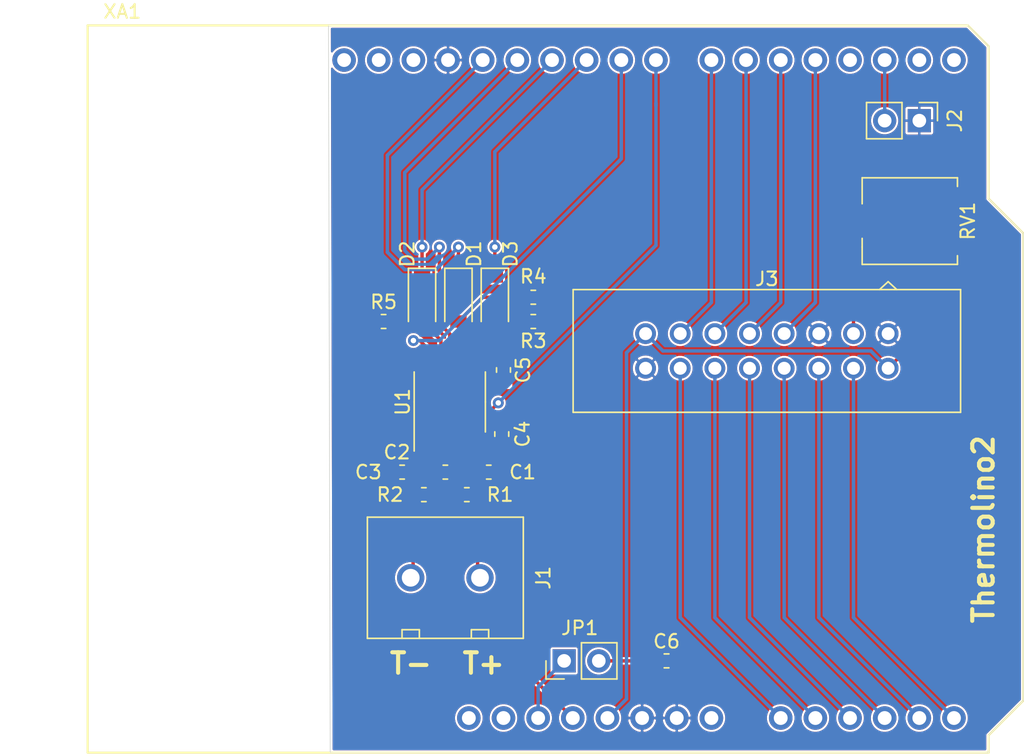
<source format=kicad_pcb>
(kicad_pcb (version 20171130) (host pcbnew "(5.1.6)-1")
  (title_block (title "Thermolino 2") (date 2021-01-14) (rev C) (company Elchworks))
  (layers (0 F.Cu signal) (31 B.Cu signal) (34 B.Paste user) (35 F.Paste user) (36 B.SilkS user) (37 F.SilkS user) (38 B.Mask user) (39 F.Mask user) (44 Edge.Cuts user))
  (net 0 "")
  (net 1 GND)
  (net 2 +5V)
  (net 3 "Net-(C6-Pad1)")
  (net 4 "Net-(J1-Pad2)")
  (net 5 "Net-(J1-Pad1)")
  (net 6 "Net-(JP1-Pad1)")
  (net 7 "Net-(D1-Pad2)")
  (net 8 "Net-(D1-Pad1)")
  (net 9 "Net-(D2-Pad2)")
  (net 10 "Net-(D2-Pad1)")
  (net 11 "Net-(D3-Pad2)")
  (net 12 "Net-(D3-Pad1)")
  (net 13 "Net-(J2-Pad2)")
  (net 14 "Net-(J3-Pad3)")
  (net 15 "Net-(J3-Pad4)")
  (net 16 "Net-(J3-Pad6)")
  (net 17 "Net-(J3-Pad7)")
  (net 18 "Net-(J3-Pad8)")
  (net 19 "Net-(J3-Pad9)")
  (net 20 "Net-(J3-Pad10)")
  (net 21 "Net-(J3-Pad11)")
  (net 22 "Net-(J3-Pad12)")
  (net 23 "Net-(J3-Pad13)")
  (net 24 "Net-(J3-Pad14)")
  (net 25 "Net-(U1-Pad13)")
  (net 26 "Net-(U1-Pad11)")
  (net 27 +3V3)
  (net 28 "Net-(U1-Pad7)")
  (net 29 "Net-(C1-Pad2)")
  (net 30 "Net-(C2-Pad2)")
  (module Capacitor_SMD:C_0603_1608Metric (layer F.Cu) (at 145.161 99.187 270)
    (fp_text reference C5 (at 0 -1.43 90) (layer F.SilkS))
    (fp_text value 100nF)
    (fp_line (start -0.162779 0.51) (end 0.162779 0.51) (layer F.SilkS) (width 0.12))
    (fp_line (start -0.162779 -0.51) (end 0.162779 -0.51) (layer F.SilkS) (width 0.12))
    (pad 2 smd roundrect (at 0.7875 0 270) (size 0.875 0.95) (layers F.Cu F.Paste F.Mask) (net 1 GND))
    (pad 1 smd roundrect (at -0.7875 0 270) (size 0.875 0.95) (layers F.Cu F.Paste F.Mask) (net 27 +3V3))
  )
  (module Resistor_SMD:R_0603_1608Metric (layer F.Cu) (at 136.3725 95.631)
    (fp_text reference R5 (at 0 -1.43) (layer F.SilkS))
    (fp_text value 10k)
    (fp_line (start -0.162779 0.51) (end 0.162779 0.51) (layer F.SilkS) (width 0.12))
    (fp_line (start -0.162779 -0.51) (end 0.162779 -0.51) (layer F.SilkS) (width 0.12))
    (pad 2 smd roundrect (at 0.7875 0) (size 0.875 0.95) (layers F.Cu F.Paste F.Mask) (net 9 "Net-(D2-Pad2)"))
    (pad 1 smd roundrect (at -0.7875 0) (size 0.875 0.95) (layers F.Cu F.Paste F.Mask) (net 27 +3V3))
  )
  (module Resistor_SMD:R_0603_1608Metric (layer F.Cu) (at 147.3455 93.853 180)
    (fp_text reference R4 (at 0 1.524) (layer F.SilkS))
    (fp_text value 10k)
    (fp_line (start -0.162779 0.51) (end 0.162779 0.51) (layer F.SilkS) (width 0.12))
    (fp_line (start -0.162779 -0.51) (end 0.162779 -0.51) (layer F.SilkS) (width 0.12))
    (pad 2 smd roundrect (at 0.7875 0 180) (size 0.875 0.95) (layers F.Cu F.Paste F.Mask) (net 7 "Net-(D1-Pad2)"))
    (pad 1 smd roundrect (at -0.7875 0 180) (size 0.875 0.95) (layers F.Cu F.Paste F.Mask) (net 27 +3V3))
  )
  (module Resistor_SMD:R_0603_1608Metric (layer F.Cu) (at 147.3455 95.631 180)
    (fp_text reference R3 (at 0 -1.43 180) (layer F.SilkS))
    (fp_text value 10k)
    (fp_line (start -0.162779 0.51) (end 0.162779 0.51) (layer F.SilkS) (width 0.12))
    (fp_line (start -0.162779 -0.51) (end 0.162779 -0.51) (layer F.SilkS) (width 0.12))
    (pad 2 smd roundrect (at 0.7875 0 180) (size 0.875 0.95) (layers F.Cu F.Paste F.Mask) (net 11 "Net-(D3-Pad2)"))
    (pad 1 smd roundrect (at -0.7875 0 180) (size 0.875 0.95) (layers F.Cu F.Paste F.Mask) (net 27 +3V3))
  )
  (module Resistor_SMD:R_0603_1608Metric (layer F.Cu) (at 139.324 108.331 180)
    (fp_text reference R2 (at 2.4815 0) (layer F.SilkS))
    (fp_text value 100R)
    (fp_line (start -0.162779 0.51) (end 0.162779 0.51) (layer F.SilkS) (width 0.12))
    (fp_line (start -0.162779 -0.51) (end 0.162779 -0.51) (layer F.SilkS) (width 0.12))
    (pad 2 smd roundrect (at 0.7875 0 180) (size 0.875 0.95) (layers F.Cu F.Paste F.Mask) (net 4 "Net-(J1-Pad2)"))
    (pad 1 smd roundrect (at -0.7875 0 180) (size 0.875 0.95) (layers F.Cu F.Paste F.Mask) (net 30 "Net-(C2-Pad2)"))
  )
  (module Resistor_SMD:R_0603_1608Metric (layer F.Cu) (at 142.474 108.331)
    (fp_text reference R1 (at 2.433 0) (layer F.SilkS))
    (fp_text value 100R)
    (fp_line (start -0.162779 0.51) (end 0.162779 0.51) (layer F.SilkS) (width 0.12))
    (fp_line (start -0.162779 -0.51) (end 0.162779 -0.51) (layer F.SilkS) (width 0.12))
    (pad 2 smd roundrect (at 0.7875 0) (size 0.875 0.95) (layers F.Cu F.Paste F.Mask) (net 5 "Net-(J1-Pad1)"))
    (pad 1 smd roundrect (at -0.7875 0) (size 0.875 0.95) (layers F.Cu F.Paste F.Mask) (net 29 "Net-(C1-Pad2)"))
  )
  (module Thermolino2:Wurth_ScrewTerminal_02 (layer F.Cu) (at 140.899 114.427 180)
    (fp_text reference J1 (at -7.183 0 270) (layer F.SilkS))
    (fp_text value Screw_Terminal_01x02)
    (fp_line (start 3.175 -3.81) (end 3.175 -4.445) (layer F.SilkS) (width 0.12))
    (fp_line (start 1.905 -3.81) (end 3.175 -3.81) (layer F.SilkS) (width 0.12))
    (fp_line (start 1.905 -4.445) (end 1.905 -3.81) (layer F.SilkS) (width 0.12))
    (fp_line (start -1.905 -3.81) (end -1.905 -4.445) (layer F.SilkS) (width 0.12))
    (fp_line (start -3.175 -3.81) (end -1.905 -3.81) (layer F.SilkS) (width 0.12))
    (fp_line (start -3.175 -4.445) (end -3.175 -3.81) (layer F.SilkS) (width 0.12))
    (fp_line (start 5.715 4.445) (end -5.715 4.445) (layer F.SilkS) (width 0.12))
    (fp_line (start 5.715 -4.445) (end 5.715 4.445) (layer F.SilkS) (width 0.12))
    (fp_line (start -5.715 -4.445) (end 5.715 -4.445) (layer F.SilkS) (width 0.12))
    (fp_line (start -5.715 -4.445) (end -5.715 4.445) (layer F.SilkS) (width 0.12))
    (pad 2 thru_hole circle (at 2.54 0 180) (size 2 2) (drill 1.3) (layers *.Cu *.Mask) (net 4 "Net-(J1-Pad2)"))
    (pad 1 thru_hole circle (at -2.54 0 180) (size 2 2) (drill 1.3) (layers *.Cu *.Mask) (net 5 "Net-(J1-Pad1)"))
  )
  (module Capacitor_SMD:C_0603_1608Metric (layer F.Cu) (at 145.034 103.886 90)
    (fp_text reference C4 (at 0 1.524 90) (layer F.SilkS))
    (fp_text value 100nF)
    (fp_line (start -0.162779 0.51) (end 0.162779 0.51) (layer F.SilkS) (width 0.12))
    (fp_line (start -0.162779 -0.51) (end 0.162779 -0.51) (layer F.SilkS) (width 0.12))
    (pad 2 smd roundrect (at 0.7875 0 90) (size 0.875 0.95) (layers F.Cu F.Paste F.Mask) (net 1 GND))
    (pad 1 smd roundrect (at -0.7875 0 90) (size 0.875 0.95) (layers F.Cu F.Paste F.Mask) (net 27 +3V3))
  )
  (module Capacitor_SMD:C_0603_1608Metric (layer F.Cu) (at 137.7315 106.68 180)
    (fp_text reference C3 (at 2.4765 0) (layer F.SilkS))
    (fp_text value 10nF)
    (fp_line (start -0.162779 0.51) (end 0.162779 0.51) (layer F.SilkS) (width 0.12))
    (fp_line (start -0.162779 -0.51) (end 0.162779 -0.51) (layer F.SilkS) (width 0.12))
    (pad 2 smd roundrect (at 0.7875 0 180) (size 0.875 0.95) (layers F.Cu F.Paste F.Mask) (net 1 GND))
    (pad 1 smd roundrect (at -0.7875 0 180) (size 0.875 0.95) (layers F.Cu F.Paste F.Mask) (net 30 "Net-(C2-Pad2)"))
  )
  (module Capacitor_SMD:C_0603_1608Metric (layer F.Cu) (at 140.899 106.68 180)
    (fp_text reference C2 (at 3.5485 1.4605) (layer F.SilkS))
    (fp_text value 100nF)
    (fp_line (start -0.162779 0.51) (end 0.162779 0.51) (layer F.SilkS) (width 0.12))
    (fp_line (start -0.162779 -0.51) (end 0.162779 -0.51) (layer F.SilkS) (width 0.12))
    (pad 2 smd roundrect (at 0.7875 0 180) (size 0.875 0.95) (layers F.Cu F.Paste F.Mask) (net 30 "Net-(C2-Pad2)"))
    (pad 1 smd roundrect (at -0.7875 0 180) (size 0.875 0.95) (layers F.Cu F.Paste F.Mask) (net 29 "Net-(C1-Pad2)"))
  )
  (module Capacitor_SMD:C_0603_1608Metric (layer F.Cu) (at 144.0815 106.68 180)
    (fp_text reference C1 (at -2.4765 0) (layer F.SilkS))
    (fp_text value 10nF)
    (fp_line (start -0.162779 0.51) (end 0.162779 0.51) (layer F.SilkS) (width 0.12))
    (fp_line (start -0.162779 -0.51) (end 0.162779 -0.51) (layer F.SilkS) (width 0.12))
    (pad 2 smd roundrect (at 0.7875 0 180) (size 0.875 0.95) (layers F.Cu F.Paste F.Mask) (net 29 "Net-(C1-Pad2)"))
    (pad 1 smd roundrect (at -0.7875 0 180) (size 0.875 0.95) (layers F.Cu F.Paste F.Mask) (net 1 GND))
  )
  (module Package_SO:TSSOP-14_4.4x5mm_P0.65mm (layer F.Cu) (at 141.224 101.5315 90)
    (fp_text reference U1 (at 0 -3.45 90) (layer F.SilkS))
    (fp_text value MAX31856)
    (fp_line (start 0 -2.61) (end -3.6 -2.61) (layer F.SilkS) (width 0.12))
    (fp_line (start 0 -2.61) (end 2.2 -2.61) (layer F.SilkS) (width 0.12))
    (fp_line (start 0 2.61) (end -2.2 2.61) (layer F.SilkS) (width 0.12))
    (fp_line (start 0 2.61) (end 2.2 2.61) (layer F.SilkS) (width 0.12))
    (pad 14 smd roundrect (at 2.8625 -1.95 90) (size 1.475 0.4) (layers F.Cu F.Paste F.Mask) (net 1 GND))
    (pad 13 smd roundrect (at 2.8625 -1.3 90) (size 1.475 0.4) (layers F.Cu F.Paste F.Mask) (net 25 "Net-(U1-Pad13)"))
    (pad 12 smd roundrect (at 2.8625 -0.65 90) (size 1.475 0.4) (layers F.Cu F.Paste F.Mask) (net 9 "Net-(D2-Pad2)"))
    (pad 11 smd roundrect (at 2.8625 0 90) (size 1.475 0.4) (layers F.Cu F.Paste F.Mask) (net 26 "Net-(U1-Pad11)"))
    (pad 10 smd roundrect (at 2.8625 0.65 90) (size 1.475 0.4) (layers F.Cu F.Paste F.Mask) (net 7 "Net-(D1-Pad2)"))
    (pad 9 smd roundrect (at 2.8625 1.3 90) (size 1.475 0.4) (layers F.Cu F.Paste F.Mask) (net 11 "Net-(D3-Pad2)"))
    (pad 8 smd roundrect (at 2.8625 1.95 90) (size 1.475 0.4) (layers F.Cu F.Paste F.Mask) (net 27 +3V3))
    (pad 7 smd roundrect (at -2.8625 1.95 90) (size 1.475 0.4) (layers F.Cu F.Paste F.Mask) (net 28 "Net-(U1-Pad7)"))
    (pad 6 smd roundrect (at -2.8625 1.3 90) (size 1.475 0.4) (layers F.Cu F.Paste F.Mask))
    (pad 5 smd roundrect (at -2.8625 0.65 90) (size 1.475 0.4) (layers F.Cu F.Paste F.Mask) (net 27 +3V3))
    (pad 4 smd roundrect (at -2.8625 0 90) (size 1.475 0.4) (layers F.Cu F.Paste F.Mask) (net 29 "Net-(C1-Pad2)"))
    (pad 3 smd roundrect (at -2.8625 -0.65 90) (size 1.475 0.4) (layers F.Cu F.Paste F.Mask) (net 30 "Net-(C2-Pad2)"))
    (pad 2 smd roundrect (at -2.8625 -1.3 90) (size 1.475 0.4) (layers F.Cu F.Paste F.Mask) (net 4 "Net-(J1-Pad2)"))
    (pad 1 smd roundrect (at -2.8625 -1.95 90) (size 1.475 0.4) (layers F.Cu F.Paste F.Mask) (net 1 GND))
  )
  (module Diode_SMD:D_SOD-123 (layer F.Cu) (at 144.526 93.98 270)
    (fp_text reference D3 (at -3.302 -1.143 270) (layer F.SilkS))
    (fp_text value 1N4148W)
    (fp_line (start -2.25 -1) (end 1.65 -1) (layer F.SilkS) (width 0.12))
    (fp_line (start -2.25 1) (end 1.65 1) (layer F.SilkS) (width 0.12))
    (fp_line (start -2.25 -1) (end -2.25 1) (layer F.SilkS) (width 0.12))
    (pad 2 smd rect (at 1.65 0 270) (size 0.9 1.2) (layers F.Cu F.Paste F.Mask) (net 11 "Net-(D3-Pad2)"))
    (pad 1 smd rect (at -1.65 0 270) (size 0.9 1.2) (layers F.Cu F.Paste F.Mask) (net 12 "Net-(D3-Pad1)"))
  )
  (module Diode_SMD:D_SOD-123 (layer F.Cu) (at 139.192 93.98 270)
    (fp_text reference D2 (at -3.302 1.0795 90) (layer F.SilkS))
    (fp_text value 1N4148W)
    (fp_line (start -2.25 -1) (end 1.65 -1) (layer F.SilkS) (width 0.12))
    (fp_line (start -2.25 1) (end 1.65 1) (layer F.SilkS) (width 0.12))
    (fp_line (start -2.25 -1) (end -2.25 1) (layer F.SilkS) (width 0.12))
    (pad 2 smd rect (at 1.65 0 270) (size 0.9 1.2) (layers F.Cu F.Paste F.Mask) (net 9 "Net-(D2-Pad2)"))
    (pad 1 smd rect (at -1.65 0 270) (size 0.9 1.2) (layers F.Cu F.Paste F.Mask) (net 10 "Net-(D2-Pad1)"))
  )
  (module Diode_SMD:D_SOD-123 (layer F.Cu) (at 141.859 93.98 270)
    (fp_text reference D1 (at -3.302 -1.143 90) (layer F.SilkS))
    (fp_text value 1N4148W)
    (fp_line (start -2.25 -1) (end 1.65 -1) (layer F.SilkS) (width 0.12))
    (fp_line (start -2.25 1) (end 1.65 1) (layer F.SilkS) (width 0.12))
    (fp_line (start -2.25 -1) (end -2.25 1) (layer F.SilkS) (width 0.12))
    (pad 2 smd rect (at 1.65 0 270) (size 0.9 1.2) (layers F.Cu F.Paste F.Mask) (net 7 "Net-(D1-Pad2)"))
    (pad 1 smd rect (at -1.65 0 270) (size 0.9 1.2) (layers F.Cu F.Paste F.Mask) (net 8 "Net-(D1-Pad1)"))
  )
  (module Arduino:Arduino_Uno_Shield (layer F.Cu) (at 114.681 127.254)
    (fp_text reference XA1 (at 2.54 -54.356) (layer F.SilkS))
    (fp_text value Arduino_Uno_Shield)
    (fp_line (start 0 -53.34) (end 64.516 -53.34) (layer F.SilkS) (width 0.15))
    (fp_line (start 0 0) (end 66.04 0) (layer F.SilkS) (width 0.15))
    (fp_line (start 64.516 -53.34) (end 66.04 -51.816) (layer F.SilkS) (width 0.15))
    (fp_line (start 66.04 0) (end 66.04 -1.27) (layer F.SilkS) (width 0.15))
    (fp_line (start 66.04 -1.27) (end 68.58 -3.81) (layer F.SilkS) (width 0.15))
    (fp_line (start 68.58 -3.81) (end 68.58 -38.1) (layer F.SilkS) (width 0.15))
    (fp_line (start 68.58 -38.1) (end 66.04 -40.64) (layer F.SilkS) (width 0.15))
    (fp_line (start 66.04 -40.64) (end 66.04 -51.816) (layer F.SilkS) (width 0.15))
    (fp_line (start 0 -53.34) (end 0 0) (layer F.SilkS) (width 0.15))
    (pad A5 thru_hole oval (at 63.5 -2.54) (size 1.7272 1.7272) (drill 1.016) (layers *.Cu *.Mask) (net 15 "Net-(J3-Pad4)"))
    (pad A4 thru_hole oval (at 60.96 -2.54) (size 1.7272 1.7272) (drill 1.016) (layers *.Cu *.Mask) (net 16 "Net-(J3-Pad6)"))
    (pad A3 thru_hole oval (at 58.42 -2.54) (size 1.7272 1.7272) (drill 1.016) (layers *.Cu *.Mask) (net 18 "Net-(J3-Pad8)"))
    (pad A2 thru_hole oval (at 55.88 -2.54) (size 1.7272 1.7272) (drill 1.016) (layers *.Cu *.Mask) (net 20 "Net-(J3-Pad10)"))
    (pad A1 thru_hole oval (at 53.34 -2.54) (size 1.7272 1.7272) (drill 1.016) (layers *.Cu *.Mask) (net 22 "Net-(J3-Pad12)"))
    (pad "" thru_hole oval (at 27.94 -2.54) (size 1.7272 1.7272) (drill 1.016) (layers *.Cu *.Mask))
    (pad D11 thru_hole oval (at 34.036 -50.8) (size 1.7272 1.7272) (drill 1.016) (layers *.Cu *.Mask) (net 10 "Net-(D2-Pad1)"))
    (pad D12 thru_hole oval (at 31.496 -50.8) (size 1.7272 1.7272) (drill 1.016) (layers *.Cu *.Mask) (net 26 "Net-(U1-Pad11)"))
    (pad D13 thru_hole oval (at 28.956 -50.8) (size 1.7272 1.7272) (drill 1.016) (layers *.Cu *.Mask) (net 8 "Net-(D1-Pad1)"))
    (pad AREF thru_hole oval (at 23.876 -50.8) (size 1.7272 1.7272) (drill 1.016) (layers *.Cu *.Mask))
    (pad SDA thru_hole oval (at 21.336 -50.8) (size 1.7272 1.7272) (drill 1.016) (layers *.Cu *.Mask))
    (pad SCL thru_hole oval (at 18.796 -50.8) (size 1.7272 1.7272) (drill 1.016) (layers *.Cu *.Mask))
    (pad D10 thru_hole oval (at 36.576 -50.8) (size 1.7272 1.7272) (drill 1.016) (layers *.Cu *.Mask) (net 12 "Net-(D3-Pad1)"))
    (pad D9 thru_hole oval (at 39.116 -50.8) (size 1.7272 1.7272) (drill 1.016) (layers *.Cu *.Mask) (net 25 "Net-(U1-Pad13)"))
    (pad D8 thru_hole oval (at 41.656 -50.8) (size 1.7272 1.7272) (drill 1.016) (layers *.Cu *.Mask) (net 28 "Net-(U1-Pad7)"))
    (pad GND1 thru_hole oval (at 26.416 -50.8) (size 1.7272 1.7272) (drill 1.016) (layers *.Cu *.Mask) (net 1 GND))
    (pad D7 thru_hole oval (at 45.72 -50.8) (size 1.7272 1.7272) (drill 1.016) (layers *.Cu *.Mask) (net 23 "Net-(J3-Pad13)"))
    (pad D6 thru_hole oval (at 48.26 -50.8) (size 1.7272 1.7272) (drill 1.016) (layers *.Cu *.Mask) (net 21 "Net-(J3-Pad11)"))
    (pad D5 thru_hole oval (at 50.8 -50.8) (size 1.7272 1.7272) (drill 1.016) (layers *.Cu *.Mask) (net 19 "Net-(J3-Pad9)"))
    (pad D4 thru_hole oval (at 53.34 -50.8) (size 1.7272 1.7272) (drill 1.016) (layers *.Cu *.Mask) (net 17 "Net-(J3-Pad7)"))
    (pad D3 thru_hole oval (at 55.88 -50.8) (size 1.7272 1.7272) (drill 1.016) (layers *.Cu *.Mask))
    (pad D2 thru_hole oval (at 58.42 -50.8) (size 1.7272 1.7272) (drill 1.016) (layers *.Cu *.Mask) (net 13 "Net-(J2-Pad2)"))
    (pad D1 thru_hole oval (at 60.96 -50.8) (size 1.7272 1.7272) (drill 1.016) (layers *.Cu *.Mask))
    (pad D0 thru_hole oval (at 63.5 -50.8) (size 1.7272 1.7272) (drill 1.016) (layers *.Cu *.Mask))
    (pad IORF thru_hole oval (at 30.48 -2.54) (size 1.7272 1.7272) (drill 1.016) (layers *.Cu *.Mask))
    (pad RST1 thru_hole oval (at 33.02 -2.54) (size 1.7272 1.7272) (drill 1.016) (layers *.Cu *.Mask) (net 6 "Net-(JP1-Pad1)"))
    (pad 3V3 thru_hole oval (at 35.56 -2.54) (size 1.7272 1.7272) (drill 1.016) (layers *.Cu *.Mask) (net 27 +3V3))
    (pad 5V1 thru_hole oval (at 38.1 -2.54) (size 1.7272 1.7272) (drill 1.016) (layers *.Cu *.Mask) (net 2 +5V))
    (pad GND2 thru_hole oval (at 40.64 -2.54) (size 1.7272 1.7272) (drill 1.016) (layers *.Cu *.Mask) (net 1 GND))
    (pad GND3 thru_hole oval (at 43.18 -2.54) (size 1.7272 1.7272) (drill 1.016) (layers *.Cu *.Mask) (net 1 GND))
    (pad VIN thru_hole oval (at 45.72 -2.54) (size 1.7272 1.7272) (drill 1.016) (layers *.Cu *.Mask))
    (pad A0 thru_hole oval (at 50.8 -2.54) (size 1.7272 1.7272) (drill 1.016) (layers *.Cu *.Mask) (net 24 "Net-(J3-Pad14)"))
  )
  (module Thermolino2:Vishay_TS53_Trimpot (layer F.Cu) (at 174.625 88.265 90)
    (fp_text reference RV1 (at 0 4.572 90) (layer F.SilkS))
    (fp_text value R_POT_TRIM)
    (fp_line (start -3.175 3.81) (end -3.175 -3.175) (layer F.SilkS) (width 0.12))
    (fp_line (start 3.175 -3.175) (end 3.175 3.81) (layer F.SilkS) (width 0.12))
    (fp_line (start -3.175 -3.175) (end -1.905 -3.175) (layer F.SilkS) (width 0.12))
    (fp_line (start -1.905 -3.175) (end -1.27 -3.175) (layer F.SilkS) (width 0.12))
    (fp_line (start 3.175 -3.175) (end 1.27 -3.175) (layer F.SilkS) (width 0.12))
    (fp_line (start -3.175 3.81) (end -2.54 3.81) (layer F.SilkS) (width 0.12))
    (fp_line (start 3.175 3.81) (end 2.54 3.81) (layer F.SilkS) (width 0.12))
    (pad 1 smd rect (at -1.15 3 90) (size 1.3 1.3) (layers F.Cu F.Paste F.Mask) (net 2 +5V))
    (pad 3 smd rect (at 1.15 3 90) (size 1.3 1.3) (layers F.Cu F.Paste F.Mask) (net 1 GND))
    (pad 2 smd rect (at 0 -2.5 90) (size 2 1.3) (layers F.Cu F.Paste F.Mask) (net 14 "Net-(J3-Pad3)"))
  )
  (module Connector_PinHeader_2.54mm:PinHeader_1x02_P2.54mm_Vertical (layer F.Cu) (at 149.606 120.523 90)
    (fp_text reference JP1 (at 2.413 1.143 180) (layer F.SilkS))
    (fp_text value Jumper_NC_Small)
    (fp_line (start -1.33 3.87) (end 1.33 3.87) (layer F.SilkS) (width 0.12))
    (fp_line (start -1.33 1.27) (end -1.33 3.87) (layer F.SilkS) (width 0.12))
    (fp_line (start 1.33 1.27) (end 1.33 3.87) (layer F.SilkS) (width 0.12))
    (fp_line (start -1.33 1.27) (end 1.33 1.27) (layer F.SilkS) (width 0.12))
    (fp_line (start -1.33 0) (end -1.33 -1.33) (layer F.SilkS) (width 0.12))
    (fp_line (start -1.33 -1.33) (end 0 -1.33) (layer F.SilkS) (width 0.12))
    (pad 1 thru_hole rect (at 0 0 90) (size 1.7 1.7) (drill 1) (layers *.Cu *.Mask) (net 6 "Net-(JP1-Pad1)"))
    (pad 2 thru_hole oval (at 0 2.54 90) (size 1.7 1.7) (drill 1) (layers *.Cu *.Mask) (net 3 "Net-(C6-Pad1)"))
  )
  (module Connector_PinHeader_2.54mm:PinHeader_1x02_P2.54mm_Vertical (layer F.Cu) (at 175.641 80.899 270)
    (fp_text reference J2 (at 0 -2.6035 90) (layer F.SilkS))
    (fp_text value Conn_01x02)
    (fp_line (start -1.33 3.87) (end 1.33 3.87) (layer F.SilkS) (width 0.12))
    (fp_line (start -1.33 1.27) (end -1.33 3.87) (layer F.SilkS) (width 0.12))
    (fp_line (start 1.33 1.27) (end 1.33 3.87) (layer F.SilkS) (width 0.12))
    (fp_line (start -1.33 1.27) (end 1.33 1.27) (layer F.SilkS) (width 0.12))
    (fp_line (start -1.33 0) (end -1.33 -1.33) (layer F.SilkS) (width 0.12))
    (fp_line (start -1.33 -1.33) (end 0 -1.33) (layer F.SilkS) (width 0.12))
    (pad 1 thru_hole rect (at 0 0 270) (size 1.7 1.7) (drill 1) (layers *.Cu *.Mask) (net 1 GND))
    (pad 2 thru_hole oval (at 0 2.54 270) (size 1.7 1.7) (drill 1) (layers *.Cu *.Mask) (net 13 "Net-(J2-Pad2)"))
  )
  (module Thermolino2:IDC_02x08 (layer F.Cu) (at 164.465 97.79 180)
    (fp_text reference J3 (at 0 5.28) (layer F.SilkS))
    (fp_text value Conn_02x08_Odd_Even)
    (fp_line (start -8.89 5.08) (end -9.525 4.5) (layer F.SilkS) (width 0.12))
    (fp_line (start -8.89 5.08) (end -8.255 4.5) (layer F.SilkS) (width 0.12))
    (fp_line (start -14.2 -4.5) (end 14.2 -4.5) (layer F.SilkS) (width 0.12))
    (fp_line (start 14.2 -4.5) (end 14.2 4.5) (layer F.SilkS) (width 0.12))
    (fp_line (start -14.2 4.5) (end -14.2 -4.5) (layer F.SilkS) (width 0.12))
    (fp_line (start 14.2 4.5) (end -14.2 4.5) (layer F.SilkS) (width 0.12))
    (pad 1 thru_hole circle (at -8.89 1.27 180) (size 1.524 1.524) (drill 0.95) (layers *.Cu *.Mask) (net 1 GND))
    (pad 2 thru_hole circle (at -8.89 -1.27 180) (size 1.524 1.524) (drill 0.95) (layers *.Cu *.Mask) (net 2 +5V))
    (pad 3 thru_hole circle (at -6.35 1.27 180) (size 1.524 1.524) (drill 0.95) (layers *.Cu *.Mask) (net 14 "Net-(J3-Pad3)"))
    (pad 4 thru_hole circle (at -6.35 -1.27 180) (size 1.524 1.524) (drill 0.95) (layers *.Cu *.Mask) (net 15 "Net-(J3-Pad4)"))
    (pad 5 thru_hole circle (at -3.81 1.27 180) (size 1.524 1.524) (drill 0.95) (layers *.Cu *.Mask) (net 1 GND))
    (pad 6 thru_hole circle (at -3.81 -1.27 180) (size 1.524 1.524) (drill 0.95) (layers *.Cu *.Mask) (net 16 "Net-(J3-Pad6)"))
    (pad 7 thru_hole circle (at -1.27 1.27 180) (size 1.524 1.524) (drill 0.95) (layers *.Cu *.Mask) (net 17 "Net-(J3-Pad7)"))
    (pad 8 thru_hole circle (at -1.27 -1.27 180) (size 1.524 1.524) (drill 0.95) (layers *.Cu *.Mask) (net 18 "Net-(J3-Pad8)"))
    (pad 9 thru_hole circle (at 1.27 1.27 180) (size 1.524 1.524) (drill 0.95) (layers *.Cu *.Mask) (net 19 "Net-(J3-Pad9)"))
    (pad 10 thru_hole circle (at 1.27 -1.27 180) (size 1.524 1.524) (drill 0.95) (layers *.Cu *.Mask) (net 20 "Net-(J3-Pad10)"))
    (pad 11 thru_hole circle (at 3.81 1.27 180) (size 1.524 1.524) (drill 0.95) (layers *.Cu *.Mask) (net 21 "Net-(J3-Pad11)"))
    (pad 12 thru_hole circle (at 3.81 -1.27 180) (size 1.524 1.524) (drill 0.95) (layers *.Cu *.Mask) (net 22 "Net-(J3-Pad12)"))
    (pad 13 thru_hole circle (at 6.35 1.27 180) (size 1.524 1.524) (drill 0.95) (layers *.Cu *.Mask) (net 23 "Net-(J3-Pad13)"))
    (pad 14 thru_hole circle (at 6.35 -1.27 180) (size 1.524 1.524) (drill 0.95) (layers *.Cu *.Mask) (net 24 "Net-(J3-Pad14)"))
    (pad 15 thru_hole circle (at 8.89 1.27 180) (size 1.524 1.524) (drill 0.95) (layers *.Cu *.Mask) (net 2 +5V))
    (pad 16 thru_hole circle (at 8.89 -1.27 180) (size 1.524 1.524) (drill 0.95) (layers *.Cu *.Mask) (net 1 GND))
  )
  (module Capacitor_SMD:C_0603_1608Metric_Pad1.05x0.95mm_HandSolder (layer F.Cu) (at 157.113 120.523)
    (fp_text reference C6 (at 0 -1.43) (layer F.SilkS))
    (fp_text value 10u)
    (fp_line (start -0.171267 -0.51) (end 0.171267 -0.51) (layer F.SilkS) (width 0.12))
    (fp_line (start -0.171267 0.51) (end 0.171267 0.51) (layer F.SilkS) (width 0.12))
    (pad 1 smd roundrect (at -0.875 0) (size 1.05 0.95) (layers F.Cu F.Paste F.Mask) (net 3 "Net-(C6-Pad1)"))
    (pad 2 smd roundrect (at 0.875 0) (size 1.05 0.95) (layers F.Cu F.Paste F.Mask) (net 1 GND))
  )
  (gr_line (start 132.461 127.254) (end 132.334 73.914) (layer Edge.Cuts) (width 0.05))
  (gr_line (start 180.721 127.254) (end 132.461 127.254) (layer Edge.Cuts) (width 0.05))
  (gr_line (start 180.721 125.984) (end 180.721 127.254) (layer Edge.Cuts) (width 0.05))
  (gr_line (start 183.261 123.444) (end 180.721 125.984) (layer Edge.Cuts) (width 0.05))
  (gr_line (start 183.261 89.154) (end 183.261 123.444) (layer Edge.Cuts) (width 0.05))
  (gr_line (start 180.721 86.614) (end 183.261 89.154) (layer Edge.Cuts) (width 0.05))
  (gr_line (start 180.721 75.438) (end 180.721 86.614) (layer Edge.Cuts) (width 0.05))
  (gr_line (start 179.197 73.914) (end 180.721 75.438) (layer Edge.Cuts) (width 0.05))
  (gr_line (start 132.334 73.914) (end 179.197 73.914) (layer Edge.Cuts) (width 0.05))
  (gr_text T+ (at 143.7005 120.7135) (layer F.SilkS) (effects (font (size 1.5 1.5) (thickness 0.3))))
  (gr_text T- (at 138.3665 120.7135) (layer F.SilkS) (effects (font (size 1.5 1.5) (thickness 0.3))))
  (gr_text Thermolino2 (at 180.34 110.871 90) (layer F.SilkS) (effects (font (size 1.5 1.5) (thickness 0.3))))
  (segment (start 177.625 94.79) (end 177.625 89.415) (width 0.25) (layer F.Cu) (net 2))
  (segment (start 173.355 99.06) (end 177.625 94.79) (width 0.25) (layer F.Cu) (net 2))
  (segment (start 173.355 99.06) (end 172.085 97.79) (width 0.25) (layer B.Cu) (net 2))
  (segment (start 156.845 97.79) (end 155.575 96.52) (width 0.25) (layer B.Cu) (net 2))
  (segment (start 172.085 97.79) (end 156.845 97.79) (width 0.25) (layer B.Cu) (net 2))
  (segment (start 155.575 96.52) (end 154.178 97.917) (width 0.25) (layer B.Cu) (net 2))
  (segment (start 154.178 119.126) (end 154.178 123.317) (width 0.25) (layer B.Cu) (net 2))
  (segment (start 154.178 97.917) (end 154.178 119.126) (width 0.25) (layer B.Cu) (net 2))
  (segment (start 152.781 124.714) (end 154.178 123.317) (width 0.25) (layer B.Cu) (net 2))
  (segment (start 156.238 120.523) (end 152.146 120.523) (width 0.25) (layer F.Cu) (net 3))
  (segment (start 138.5365 114.2495) (end 138.359 114.427) (width 0.25) (layer F.Cu) (net 4))
  (segment (start 138.5365 108.331) (end 138.5365 114.2495) (width 0.25) (layer F.Cu) (net 4))
  (segment (start 139.924 105.1315) (end 139.924 104.394) (width 0.25) (layer F.Cu) (net 4))
  (segment (start 135.89 105.537) (end 139.5185 105.537) (width 0.25) (layer F.Cu) (net 4))
  (segment (start 139.5185 105.537) (end 139.924 105.1315) (width 0.25) (layer F.Cu) (net 4))
  (segment (start 136.017 108.331) (end 138.5365 108.331) (width 0.25) (layer F.Cu) (net 4))
  (segment (start 135.89 108.331) (end 136.017 108.331) (width 0.25) (layer F.Cu) (net 4))
  (segment (start 135.89 108.331) (end 135.255 107.696) (width 0.25) (layer F.Cu) (net 4))
  (segment (start 135.89 105.537) (end 135.255 106.172) (width 0.25) (layer F.Cu) (net 4))
  (segment (start 135.255 106.172) (end 135.255 107.696) (width 0.25) (layer F.Cu) (net 4))
  (segment (start 143.2615 114.2495) (end 143.439 114.427) (width 0.25) (layer F.Cu) (net 5))
  (segment (start 143.2615 108.331) (end 143.2615 114.2495) (width 0.25) (layer F.Cu) (net 5))
  (segment (start 147.701 122.428) (end 149.606 120.523) (width 0.25) (layer B.Cu) (net 6))
  (segment (start 147.701 124.714) (end 147.701 122.428) (width 0.25) (layer B.Cu) (net 6))
  (segment (start 141.874 95.645) (end 141.859 95.63) (width 0.25) (layer F.Cu) (net 7))
  (segment (start 141.874 98.669) (end 141.874 95.645) (width 0.25) (layer F.Cu) (net 7))
  (segment (start 143.636 93.853) (end 146.558 93.853) (width 0.25) (layer F.Cu) (net 7))
  (segment (start 141.859 95.63) (end 143.636 93.853) (width 0.25) (layer F.Cu) (net 7))
  (via (at 141.859 90.17) (size 0.8) (drill 0.4) (layers F.Cu B.Cu) (net 8))
  (segment (start 141.859 92.33) (end 141.859 90.17) (width 0.25) (layer F.Cu) (net 8))
  (segment (start 140.208 91.821) (end 141.859 90.17) (width 0.25) (layer B.Cu) (net 8))
  (segment (start 143.637 76.454) (end 136.652 83.439) (width 0.25) (layer B.Cu) (net 8))
  (segment (start 137.922 91.821) (end 140.208 91.821) (width 0.25) (layer B.Cu) (net 8))
  (segment (start 136.652 90.551) (end 137.922 91.821) (width 0.25) (layer B.Cu) (net 8))
  (segment (start 136.652 83.439) (end 136.652 90.551) (width 0.25) (layer B.Cu) (net 8))
  (segment (start 140.574 97.012) (end 139.192 95.63) (width 0.25) (layer F.Cu) (net 9))
  (segment (start 140.574 98.669) (end 140.574 97.012) (width 0.25) (layer F.Cu) (net 9))
  (segment (start 137.161 95.63) (end 137.16 95.631) (width 0.25) (layer F.Cu) (net 9))
  (segment (start 139.192 95.63) (end 137.161 95.63) (width 0.25) (layer F.Cu) (net 9))
  (via (at 139.192 90.17) (size 0.8) (drill 0.4) (layers F.Cu B.Cu) (net 10))
  (segment (start 139.192 92.33) (end 139.192 90.17) (width 0.25) (layer F.Cu) (net 10))
  (segment (start 139.192 85.979) (end 148.717 76.454) (width 0.25) (layer B.Cu) (net 10))
  (segment (start 139.192 90.17) (end 139.192 85.979) (width 0.25) (layer B.Cu) (net 10))
  (segment (start 142.524 97.632) (end 144.526 95.63) (width 0.25) (layer F.Cu) (net 11))
  (segment (start 142.524 98.669) (end 142.524 97.632) (width 0.25) (layer F.Cu) (net 11))
  (segment (start 146.557 95.63) (end 146.558 95.631) (width 0.25) (layer F.Cu) (net 11))
  (segment (start 144.526 95.63) (end 146.557 95.63) (width 0.25) (layer F.Cu) (net 11))
  (via (at 144.526 90.17) (size 0.8) (drill 0.4) (layers F.Cu B.Cu) (net 12))
  (segment (start 144.526 92.33) (end 144.526 90.17) (width 0.25) (layer F.Cu) (net 12))
  (segment (start 144.526 83.185) (end 151.257 76.454) (width 0.25) (layer B.Cu) (net 12))
  (segment (start 144.526 90.17) (end 144.526 83.185) (width 0.25) (layer B.Cu) (net 12))
  (segment (start 173.101 76.454) (end 173.101 80.899) (width 0.25) (layer B.Cu) (net 13))
  (segment (start 170.815 89.575) (end 172.125 88.265) (width 0.25) (layer F.Cu) (net 14))
  (segment (start 170.815 96.52) (end 170.815 89.575) (width 0.25) (layer F.Cu) (net 14))
  (segment (start 170.815 117.348) (end 178.181 124.714) (width 0.25) (layer B.Cu) (net 15))
  (segment (start 170.815 99.06) (end 170.815 117.348) (width 0.25) (layer B.Cu) (net 15))
  (segment (start 168.275 117.348) (end 175.641 124.714) (width 0.25) (layer B.Cu) (net 16))
  (segment (start 168.275 99.06) (end 168.275 117.348) (width 0.25) (layer B.Cu) (net 16))
  (segment (start 168.021 94.234) (end 165.735 96.52) (width 0.25) (layer B.Cu) (net 17))
  (segment (start 168.021 76.454) (end 168.021 94.234) (width 0.25) (layer B.Cu) (net 17))
  (segment (start 165.735 117.348) (end 173.101 124.714) (width 0.25) (layer B.Cu) (net 18))
  (segment (start 165.735 99.06) (end 165.735 117.348) (width 0.25) (layer B.Cu) (net 18))
  (segment (start 165.481 94.234) (end 163.195 96.52) (width 0.25) (layer B.Cu) (net 19))
  (segment (start 165.481 76.454) (end 165.481 94.234) (width 0.25) (layer B.Cu) (net 19))
  (segment (start 163.195 117.348) (end 170.561 124.714) (width 0.25) (layer B.Cu) (net 20))
  (segment (start 163.195 99.06) (end 163.195 117.348) (width 0.25) (layer B.Cu) (net 20))
  (segment (start 162.941 94.234) (end 160.655 96.52) (width 0.25) (layer B.Cu) (net 21))
  (segment (start 162.941 76.454) (end 162.941 94.234) (width 0.25) (layer B.Cu) (net 21))
  (segment (start 160.655 117.348) (end 168.021 124.714) (width 0.25) (layer B.Cu) (net 22))
  (segment (start 160.655 99.06) (end 160.655 117.348) (width 0.25) (layer B.Cu) (net 22))
  (segment (start 160.401 94.234) (end 158.115 96.52) (width 0.25) (layer B.Cu) (net 23))
  (segment (start 160.401 76.454) (end 160.401 94.234) (width 0.25) (layer B.Cu) (net 23))
  (segment (start 158.115 117.348) (end 165.481 124.714) (width 0.25) (layer B.Cu) (net 24))
  (segment (start 158.115 99.06) (end 158.115 117.348) (width 0.25) (layer B.Cu) (net 24))
  (segment (start 139.924 98.669) (end 139.924 97.9315) (width 0.25) (layer F.Cu) (net 25))
  (segment (start 139.0205 97.028) (end 138.557 97.028) (width 0.25) (layer F.Cu) (net 25))
  (segment (start 139.924 97.9315) (end 139.0205 97.028) (width 0.25) (layer F.Cu) (net 25))
  (via (at 138.557 97.028) (size 0.8) (drill 0.4) (layers F.Cu B.Cu) (net 25))
  (segment (start 153.797 83.693) (end 153.797 76.454) (width 0.25) (layer B.Cu) (net 25))
  (segment (start 138.557 97.028) (end 140.462 97.028) (width 0.25) (layer B.Cu) (net 25))
  (segment (start 140.462 97.028) (end 153.797 83.693) (width 0.25) (layer B.Cu) (net 25))
  (segment (start 140.462 91.948) (end 140.462 90.17) (width 0.25) (layer F.Cu) (net 26))
  (via (at 140.462 90.17) (size 0.8) (drill 0.4) (layers F.Cu B.Cu) (net 26))
  (segment (start 140.462 91.948) (end 140.462 91.821) (width 0.25) (layer F.Cu) (net 26))
  (segment (start 140.462 95.778002) (end 140.462 91.948) (width 0.25) (layer F.Cu) (net 26))
  (segment (start 141.224 98.669) (end 141.224 96.540002) (width 0.25) (layer F.Cu) (net 26))
  (segment (start 141.224 96.540002) (end 140.462 95.778002) (width 0.25) (layer F.Cu) (net 26))
  (segment (start 137.922 90.424) (end 137.922 84.709) (width 0.25) (layer B.Cu) (net 26))
  (segment (start 137.922 84.709) (end 146.177 76.454) (width 0.25) (layer B.Cu) (net 26))
  (segment (start 138.557 91.059) (end 137.922 90.424) (width 0.25) (layer B.Cu) (net 26))
  (segment (start 139.573 91.059) (end 138.557 91.059) (width 0.25) (layer B.Cu) (net 26))
  (segment (start 140.462 90.17) (end 139.573 91.059) (width 0.25) (layer B.Cu) (net 26))
  (segment (start 141.874 105.1315) (end 141.874 104.394) (width 0.25) (layer F.Cu) (net 27))
  (segment (start 150.241 124.714) (end 146.812 121.285) (width 0.25) (layer F.Cu) (net 27))
  (segment (start 146.812 121.285) (end 146.812 106.172) (width 0.25) (layer F.Cu) (net 27))
  (segment (start 146.812 106.172) (end 146.304 105.664) (width 0.25) (layer F.Cu) (net 27))
  (segment (start 145.3135 104.6735) (end 146.304 105.664) (width 0.25) (layer F.Cu) (net 27))
  (segment (start 145.034 104.6735) (end 145.3135 104.6735) (width 0.25) (layer F.Cu) (net 27))
  (segment (start 148.133 95.631) (end 148.133 93.853) (width 0.25) (layer F.Cu) (net 27))
  (segment (start 141.874 102.536846) (end 141.874 104.394) (width 0.25) (layer F.Cu) (net 27))
  (segment (start 144.8915 98.669) (end 145.161 98.3995) (width 0.25) (layer F.Cu) (net 27))
  (segment (start 143.174 98.669) (end 144.8915 98.669) (width 0.25) (layer F.Cu) (net 27))
  (segment (start 143.174 101.236846) (end 142.842923 101.567923) (width 0.25) (layer F.Cu) (net 27))
  (segment (start 142.603923 101.806923) (end 142.842923 101.567923) (width 0.25) (layer F.Cu) (net 27))
  (segment (start 142.842923 101.567923) (end 141.874 102.536846) (width 0.25) (layer F.Cu) (net 27))
  (segment (start 143.174 98.669) (end 143.174 99.994) (width 0.25) (layer F.Cu) (net 27))
  (segment (start 143.174 99.994) (end 143.174 101.236846) (width 0.25) (layer F.Cu) (net 27))
  (segment (start 142.076 101.092) (end 143.174 99.994) (width 0.25) (layer F.Cu) (net 27))
  (segment (start 141.822 101.346) (end 142.076 101.092) (width 0.25) (layer F.Cu) (net 27))
  (segment (start 138.938 101.346) (end 141.822 101.346) (width 0.25) (layer F.Cu) (net 27))
  (segment (start 135.585 95.631) (end 135.585 97.993) (width 0.25) (layer F.Cu) (net 27))
  (segment (start 135.585 97.993) (end 138.938 101.346) (width 0.25) (layer F.Cu) (net 27))
  (segment (start 144.2855 105.422) (end 145.034 104.6735) (width 0.25) (layer F.Cu) (net 27))
  (segment (start 145.161 98.3995) (end 146.9645 98.3995) (width 0.25) (layer F.Cu) (net 27))
  (segment (start 148.133 97.231) (end 148.133 95.631) (width 0.25) (layer F.Cu) (net 27))
  (segment (start 146.9645 98.3995) (end 148.133 97.231) (width 0.25) (layer F.Cu) (net 27))
  (segment (start 141.874 104.394) (end 141.874 105.171) (width 0.25) (layer F.Cu) (net 27))
  (segment (start 141.874 105.171) (end 142.1765 105.4735) (width 0.25) (layer F.Cu) (net 27))
  (segment (start 144.234 105.4735) (end 144.2855 105.422) (width 0.25) (layer F.Cu) (net 27))
  (segment (start 142.1765 105.4735) (end 144.234 105.4735) (width 0.25) (layer F.Cu) (net 27))
  (via (at 144.78 101.6) (size 0.8) (drill 0.4) (layers F.Cu B.Cu) (net 28))
  (segment (start 143.174 104.394) (end 143.174 103.206) (width 0.25) (layer F.Cu) (net 28))
  (segment (start 143.174 103.206) (end 144.78 101.6) (width 0.25) (layer F.Cu) (net 28))
  (segment (start 156.337 90.043) (end 144.78 101.6) (width 0.25) (layer B.Cu) (net 28))
  (segment (start 156.337 79.629) (end 156.337 90.043) (width 0.25) (layer B.Cu) (net 28))
  (segment (start 156.337 79.629) (end 156.337 76.454) (width 0.25) (layer B.Cu) (net 28))
  (segment (start 156.337 79.813685) (end 156.337 79.629) (width 0.25) (layer B.Cu) (net 28))
  (segment (start 141.6865 106.68) (end 141.6865 108.331) (width 0.25) (layer F.Cu) (net 29))
  (segment (start 143.294 106.68) (end 141.6865 106.68) (width 0.25) (layer F.Cu) (net 29))
  (segment (start 141.224 105.2195) (end 141.224 104.394) (width 0.25) (layer F.Cu) (net 29))
  (segment (start 141.6865 105.682) (end 141.224 105.2195) (width 0.25) (layer F.Cu) (net 29))
  (segment (start 141.6865 106.68) (end 141.6865 105.682) (width 0.25) (layer F.Cu) (net 29))
  (segment (start 140.1315 106.6545) (end 140.157 106.68) (width 0.25) (layer F.Cu) (net 30))
  (segment (start 138.595 106.6925) (end 138.5825 106.68) (width 0.25) (layer F.Cu) (net 30))
  (segment (start 140.1115 106.68) (end 140.1115 108.331) (width 0.25) (layer F.Cu) (net 30))
  (segment (start 140.1115 106.68) (end 138.519 106.68) (width 0.25) (layer F.Cu) (net 30))
  (segment (start 140.1115 106.68) (end 140.1115 105.7305) (width 0.25) (layer F.Cu) (net 30))
  (segment (start 140.574 104.394) (end 140.574 105.268) (width 0.25) (layer F.Cu) (net 30))
  (segment (start 140.1115 105.7305) (end 140.574 105.268) (width 0.25) (layer F.Cu) (net 30))
  (zone (net 1) (net_name GND) (layer F.Cu) (connect_pads (clearance 0.15)) (min_thickness 0.15) (fill yes (arc_segments 32) (thermal_gap 0.175) (thermal_bridge_width 0.175))
    (polygon (pts (xy 180.721 75.438) (xy 180.721 86.614) (xy 183.261 89.154) (xy 183.261 123.444) (xy 180.721 125.984) (xy 180.721 127.254) (xy 132.461 127.254) (xy 132.334 73.914) (xy 179.197 73.914)))
  )
  (zone (net 1) (net_name GND) (layer B.Cu) (connect_pads (clearance 0.15)) (min_thickness 0.15) (fill yes (arc_segments 32) (thermal_gap 0.175) (thermal_bridge_width 0.175))
    (polygon (pts (xy 180.721 75.438) (xy 180.721 86.614) (xy 183.261 89.154) (xy 183.261 123.444) (xy 180.721 125.984) (xy 180.721 127.254) (xy 132.461 127.254) (xy 132.334 73.914) (xy 179.197 73.914)))
  )
)
</source>
